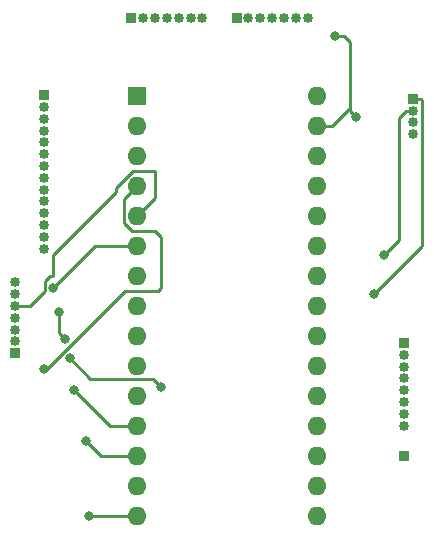
<source format=gbl>
G04 #@! TF.GenerationSoftware,KiCad,Pcbnew,7.0.10*
G04 #@! TF.CreationDate,2024-01-10T10:45:30-08:00*
G04 #@! TF.ProjectId,Jettabrain,4a657474-6162-4726-9169-6e2e6b696361,rev?*
G04 #@! TF.SameCoordinates,Original*
G04 #@! TF.FileFunction,Copper,L2,Bot*
G04 #@! TF.FilePolarity,Positive*
%FSLAX46Y46*%
G04 Gerber Fmt 4.6, Leading zero omitted, Abs format (unit mm)*
G04 Created by KiCad (PCBNEW 7.0.10) date 2024-01-10 10:45:30*
%MOMM*%
%LPD*%
G01*
G04 APERTURE LIST*
G04 #@! TA.AperFunction,ComponentPad*
%ADD10R,0.850000X0.850000*%
G04 #@! TD*
G04 #@! TA.AperFunction,ComponentPad*
%ADD11O,0.850000X0.850000*%
G04 #@! TD*
G04 #@! TA.AperFunction,ComponentPad*
%ADD12R,1.600000X1.600000*%
G04 #@! TD*
G04 #@! TA.AperFunction,ComponentPad*
%ADD13O,1.600000X1.600000*%
G04 #@! TD*
G04 #@! TA.AperFunction,ViaPad*
%ADD14C,0.800000*%
G04 #@! TD*
G04 #@! TA.AperFunction,Conductor*
%ADD15C,0.250000*%
G04 #@! TD*
G04 APERTURE END LIST*
D10*
X126746000Y-88346000D03*
D11*
X126746000Y-89346000D03*
X126746000Y-90346000D03*
X126746000Y-91346000D03*
X126746000Y-92346000D03*
X126746000Y-93346000D03*
X126746000Y-94346000D03*
X126746000Y-95346000D03*
X126746000Y-96346000D03*
X126746000Y-97346000D03*
X126746000Y-98346000D03*
X126746000Y-99346000D03*
X126746000Y-100346000D03*
X126746000Y-101346000D03*
D10*
X124311000Y-110188000D03*
D11*
X124311000Y-109188000D03*
X124311000Y-108188000D03*
X124311000Y-107188000D03*
X124311000Y-106188000D03*
X124311000Y-105188000D03*
X124311000Y-104188000D03*
D10*
X157226000Y-118872000D03*
D12*
X134620000Y-88392000D03*
D13*
X134620000Y-90932000D03*
X134620000Y-93472000D03*
X134620000Y-96012000D03*
X134620000Y-98552000D03*
X134620000Y-101092000D03*
X134620000Y-103632000D03*
X134620000Y-106172000D03*
X134620000Y-108712000D03*
X134620000Y-111252000D03*
X134620000Y-113792000D03*
X134620000Y-116332000D03*
X134620000Y-118872000D03*
X134620000Y-121412000D03*
X134620000Y-123952000D03*
X149860000Y-123952000D03*
X149860000Y-121412000D03*
X149860000Y-118872000D03*
X149860000Y-116332000D03*
X149860000Y-113792000D03*
X149860000Y-111252000D03*
X149860000Y-108712000D03*
X149860000Y-106172000D03*
X149860000Y-103632000D03*
X149860000Y-101092000D03*
X149860000Y-98552000D03*
X149860000Y-96012000D03*
X149860000Y-93472000D03*
X149860000Y-90932000D03*
X149860000Y-88392000D03*
D10*
X157226000Y-109332000D03*
D11*
X157226000Y-110332000D03*
X157226000Y-111332000D03*
X157226000Y-112332000D03*
X157226000Y-113332000D03*
X157226000Y-114332000D03*
X157226000Y-115332000D03*
X157226000Y-116332000D03*
D10*
X134144000Y-81788000D03*
D11*
X135144000Y-81788000D03*
X136144000Y-81788000D03*
X137144000Y-81788000D03*
X138144000Y-81788000D03*
X139144000Y-81788000D03*
X140144000Y-81788000D03*
D10*
X143050000Y-81788000D03*
D11*
X144050000Y-81788000D03*
X145050000Y-81788000D03*
X146050000Y-81788000D03*
X147050000Y-81788000D03*
X148050000Y-81788000D03*
X149050000Y-81788000D03*
D10*
X157988000Y-88646000D03*
D11*
X157988000Y-89646000D03*
X157988000Y-90646000D03*
X157988000Y-91646000D03*
D14*
X126746000Y-111506000D03*
X127508000Y-104648000D03*
X129286000Y-113284000D03*
X130302000Y-117602000D03*
X136652000Y-113030000D03*
X128914306Y-110626305D03*
X130556000Y-123952000D03*
X128016000Y-106680000D03*
X128524000Y-108966000D03*
X154686000Y-105156000D03*
X155485000Y-101854000D03*
X153162000Y-90170000D03*
X151384000Y-83312000D03*
D15*
X136652000Y-104648000D02*
X136398000Y-104902000D01*
X136398000Y-104902000D02*
X133613305Y-104902000D01*
X134620000Y-96012000D02*
X133495000Y-97137000D01*
X133495000Y-99162991D02*
X134154009Y-99822000D01*
X126755305Y-111494000D02*
X126755305Y-111496695D01*
X133495000Y-97137000D02*
X133495000Y-99162991D01*
X126755305Y-111496695D02*
X126746000Y-111506000D01*
X127009305Y-111506000D02*
X126746000Y-111506000D01*
X134154009Y-99822000D02*
X136144000Y-99822000D01*
X136144000Y-99822000D02*
X136652000Y-100330000D01*
X136652000Y-100330000D02*
X136652000Y-104648000D01*
X133613305Y-104902000D02*
X127009305Y-111506000D01*
X126783000Y-104948305D02*
X126783000Y-104103000D01*
X136144000Y-97028000D02*
X134620000Y-98552000D01*
X134299009Y-94742000D02*
X136144000Y-94742000D01*
X125543305Y-106188000D02*
X124311000Y-106188000D01*
X127508000Y-103632000D02*
X127508000Y-101851208D01*
X127508000Y-101851208D02*
X132842000Y-96517208D01*
X132842000Y-96517208D02*
X132842000Y-96199009D01*
X126783000Y-104103000D02*
X127254000Y-103632000D01*
X132842000Y-96199009D02*
X134299009Y-94742000D01*
X127254000Y-103632000D02*
X127508000Y-103632000D01*
X136144000Y-94742000D02*
X136144000Y-97028000D01*
X126783000Y-104948305D02*
X125543305Y-106188000D01*
X127508000Y-104648000D02*
X131064000Y-101092000D01*
X131064000Y-101092000D02*
X134620000Y-101092000D01*
X129286000Y-113284000D02*
X132334000Y-116332000D01*
X132334000Y-116332000D02*
X134620000Y-116332000D01*
X131572000Y-118872000D02*
X134620000Y-118872000D01*
X128914306Y-110626305D02*
X130665001Y-112377000D01*
X135999000Y-112377000D02*
X136652000Y-113030000D01*
X130302000Y-117602000D02*
X131572000Y-118872000D01*
X130665001Y-112377000D02*
X135999000Y-112377000D01*
X130556000Y-123952000D02*
X134620000Y-123952000D01*
X128016000Y-106680000D02*
X128016000Y-108458000D01*
X128016000Y-108458000D02*
X128524000Y-108966000D01*
X157480000Y-102362000D02*
X154686000Y-105156000D01*
X158750000Y-101092000D02*
X157480000Y-102362000D01*
X158663000Y-88646000D02*
X158750000Y-88733000D01*
X157988000Y-88646000D02*
X158663000Y-88646000D01*
X158750000Y-88733000D02*
X158750000Y-101092000D01*
X156755000Y-100584000D02*
X155485000Y-101854000D01*
X156755000Y-100584000D02*
X156755000Y-90277960D01*
X156755000Y-90277960D02*
X157386960Y-89646000D01*
X157386960Y-89646000D02*
X157988000Y-89646000D01*
X152654000Y-89408000D02*
X151130000Y-90932000D01*
X151130000Y-90932000D02*
X149860000Y-90932000D01*
X152654000Y-89662000D02*
X152654000Y-89408000D01*
X152654000Y-89408000D02*
X152654000Y-83820000D01*
X151384000Y-83312000D02*
X152146000Y-83312000D01*
X152146000Y-83312000D02*
X152654000Y-83820000D01*
X153162000Y-90170000D02*
X152654000Y-89662000D01*
M02*

</source>
